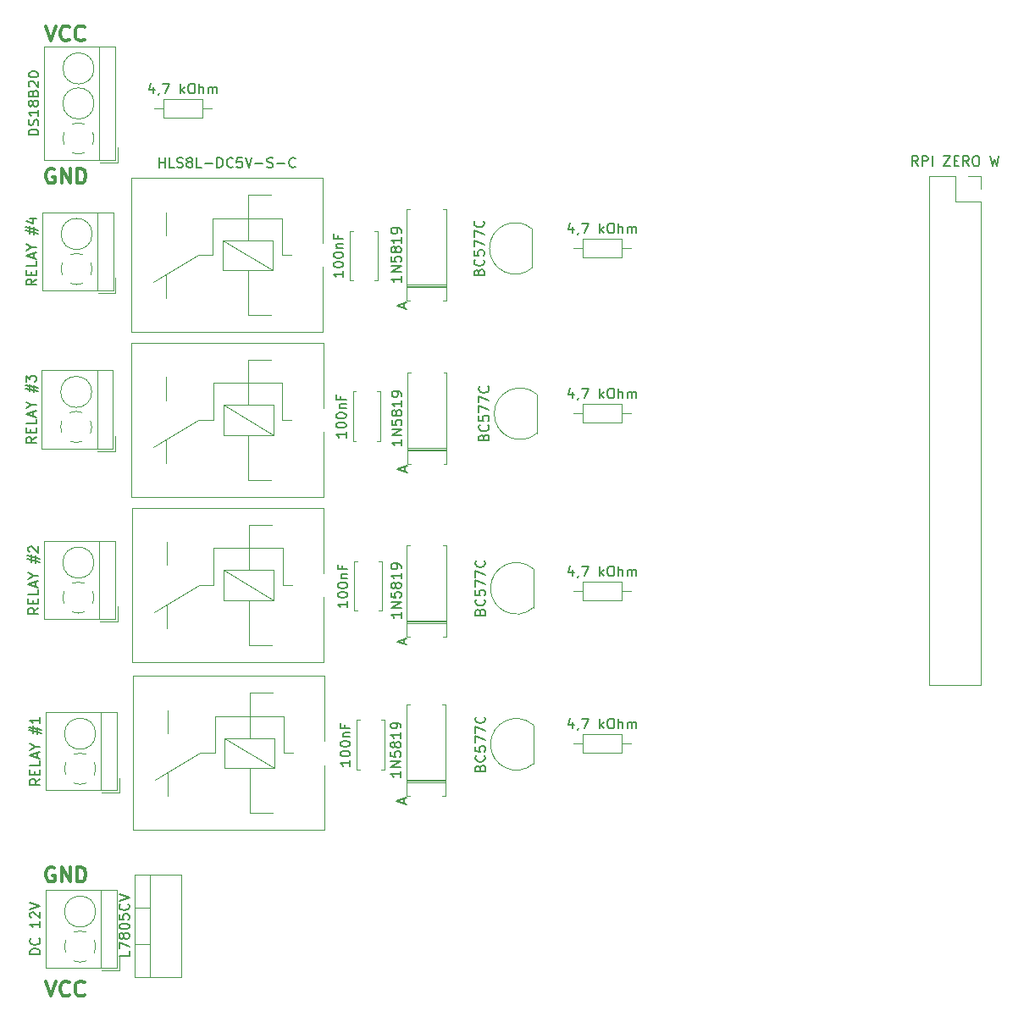
<source format=gbr>
G04 #@! TF.GenerationSoftware,KiCad,Pcbnew,(5.1.6)-1*
G04 #@! TF.CreationDate,2020-05-29T17:12:39+02:00*
G04 #@! TF.ProjectId,BOTLAND-1-INTELIGENTNY-DOM,424f544c-414e-4442-9d31-2d494e54454c,rev?*
G04 #@! TF.SameCoordinates,Original*
G04 #@! TF.FileFunction,Legend,Top*
G04 #@! TF.FilePolarity,Positive*
%FSLAX46Y46*%
G04 Gerber Fmt 4.6, Leading zero omitted, Abs format (unit mm)*
G04 Created by KiCad (PCBNEW (5.1.6)-1) date 2020-05-29 17:12:39*
%MOMM*%
%LPD*%
G01*
G04 APERTURE LIST*
%ADD10C,0.300000*%
%ADD11C,0.120000*%
%ADD12C,0.150000*%
G04 APERTURE END LIST*
D10*
X25527142Y-72910000D02*
X25384285Y-72838571D01*
X25170000Y-72838571D01*
X24955714Y-72910000D01*
X24812857Y-73052857D01*
X24741428Y-73195714D01*
X24670000Y-73481428D01*
X24670000Y-73695714D01*
X24741428Y-73981428D01*
X24812857Y-74124285D01*
X24955714Y-74267142D01*
X25170000Y-74338571D01*
X25312857Y-74338571D01*
X25527142Y-74267142D01*
X25598571Y-74195714D01*
X25598571Y-73695714D01*
X25312857Y-73695714D01*
X26241428Y-74338571D02*
X26241428Y-72838571D01*
X27098571Y-74338571D01*
X27098571Y-72838571D01*
X27812857Y-74338571D02*
X27812857Y-72838571D01*
X28170000Y-72838571D01*
X28384285Y-72910000D01*
X28527142Y-73052857D01*
X28598571Y-73195714D01*
X28670000Y-73481428D01*
X28670000Y-73695714D01*
X28598571Y-73981428D01*
X28527142Y-74124285D01*
X28384285Y-74267142D01*
X28170000Y-74338571D01*
X27812857Y-74338571D01*
X24670000Y-58598571D02*
X25170000Y-60098571D01*
X25670000Y-58598571D01*
X27027142Y-59955714D02*
X26955714Y-60027142D01*
X26741428Y-60098571D01*
X26598571Y-60098571D01*
X26384285Y-60027142D01*
X26241428Y-59884285D01*
X26170000Y-59741428D01*
X26098571Y-59455714D01*
X26098571Y-59241428D01*
X26170000Y-58955714D01*
X26241428Y-58812857D01*
X26384285Y-58670000D01*
X26598571Y-58598571D01*
X26741428Y-58598571D01*
X26955714Y-58670000D01*
X27027142Y-58741428D01*
X28527142Y-59955714D02*
X28455714Y-60027142D01*
X28241428Y-60098571D01*
X28098571Y-60098571D01*
X27884285Y-60027142D01*
X27741428Y-59884285D01*
X27670000Y-59741428D01*
X27598571Y-59455714D01*
X27598571Y-59241428D01*
X27670000Y-58955714D01*
X27741428Y-58812857D01*
X27884285Y-58670000D01*
X28098571Y-58598571D01*
X28241428Y-58598571D01*
X28455714Y-58670000D01*
X28527142Y-58741428D01*
X25527142Y-142760000D02*
X25384285Y-142688571D01*
X25170000Y-142688571D01*
X24955714Y-142760000D01*
X24812857Y-142902857D01*
X24741428Y-143045714D01*
X24670000Y-143331428D01*
X24670000Y-143545714D01*
X24741428Y-143831428D01*
X24812857Y-143974285D01*
X24955714Y-144117142D01*
X25170000Y-144188571D01*
X25312857Y-144188571D01*
X25527142Y-144117142D01*
X25598571Y-144045714D01*
X25598571Y-143545714D01*
X25312857Y-143545714D01*
X26241428Y-144188571D02*
X26241428Y-142688571D01*
X27098571Y-144188571D01*
X27098571Y-142688571D01*
X27812857Y-144188571D02*
X27812857Y-142688571D01*
X28170000Y-142688571D01*
X28384285Y-142760000D01*
X28527142Y-142902857D01*
X28598571Y-143045714D01*
X28670000Y-143331428D01*
X28670000Y-143545714D01*
X28598571Y-143831428D01*
X28527142Y-143974285D01*
X28384285Y-144117142D01*
X28170000Y-144188571D01*
X27812857Y-144188571D01*
X24670000Y-154118571D02*
X25170000Y-155618571D01*
X25670000Y-154118571D01*
X27027142Y-155475714D02*
X26955714Y-155547142D01*
X26741428Y-155618571D01*
X26598571Y-155618571D01*
X26384285Y-155547142D01*
X26241428Y-155404285D01*
X26170000Y-155261428D01*
X26098571Y-154975714D01*
X26098571Y-154761428D01*
X26170000Y-154475714D01*
X26241428Y-154332857D01*
X26384285Y-154190000D01*
X26598571Y-154118571D01*
X26741428Y-154118571D01*
X26955714Y-154190000D01*
X27027142Y-154261428D01*
X28527142Y-155475714D02*
X28455714Y-155547142D01*
X28241428Y-155618571D01*
X28098571Y-155618571D01*
X27884285Y-155547142D01*
X27741428Y-155404285D01*
X27670000Y-155261428D01*
X27598571Y-154975714D01*
X27598571Y-154761428D01*
X27670000Y-154475714D01*
X27741428Y-154332857D01*
X27884285Y-154190000D01*
X28098571Y-154118571D01*
X28241428Y-154118571D01*
X28455714Y-154190000D01*
X28527142Y-154261428D01*
D11*
X41264640Y-66822320D02*
X40314640Y-66822320D01*
X35524640Y-66822320D02*
X36474640Y-66822320D01*
X40314640Y-65902320D02*
X36474640Y-65902320D01*
X40314640Y-67742320D02*
X40314640Y-65902320D01*
X36474640Y-67742320D02*
X40314640Y-67742320D01*
X36474640Y-65902320D02*
X36474640Y-67742320D01*
X31840000Y-72250000D02*
X31840000Y-70750000D01*
X30100000Y-72250000D02*
X31840000Y-72250000D01*
X24480000Y-60690000D02*
X31600000Y-60690000D01*
X24480000Y-72010000D02*
X31600000Y-72010000D01*
X31600000Y-72010000D02*
X31600000Y-60690000D01*
X24480000Y-72010000D02*
X24480000Y-60690000D01*
X30040000Y-72010000D02*
X30040000Y-60690000D01*
X29495000Y-62850000D02*
G75*
G03*
X29495000Y-62850000I-1555000J0D01*
G01*
X29495000Y-66350000D02*
G75*
G03*
X29495000Y-66350000I-1555000J0D01*
G01*
X29495492Y-69822989D02*
G75*
G02*
X29372000Y-70458000I-1555492J-27011D01*
G01*
X28547742Y-71282109D02*
G75*
G02*
X27332000Y-71282000I-607742J1432109D01*
G01*
X26507891Y-70457742D02*
G75*
G02*
X26508000Y-69242000I1432109J607742D01*
G01*
X27332258Y-68417891D02*
G75*
G02*
X28548000Y-68418000I607742J-1432109D01*
G01*
X29371385Y-69242413D02*
G75*
G02*
X29495000Y-69850000I-1431385J-607587D01*
G01*
X29657560Y-147157560D02*
G75*
G03*
X29657560Y-147157560I-1555000J0D01*
G01*
X30202560Y-152817560D02*
X30202560Y-144997560D01*
X24642560Y-152817560D02*
X24642560Y-144997560D01*
X31762560Y-152817560D02*
X31762560Y-144997560D01*
X24642560Y-152817560D02*
X31762560Y-152817560D01*
X24642560Y-144997560D02*
X31762560Y-144997560D01*
X30262560Y-153057560D02*
X32002560Y-153057560D01*
X32002560Y-153057560D02*
X32002560Y-151557560D01*
X29658052Y-150630549D02*
G75*
G02*
X29534560Y-151265560I-1555492J-27011D01*
G01*
X28710302Y-152089669D02*
G75*
G02*
X27494560Y-152089560I-607742J1432109D01*
G01*
X26670451Y-151265302D02*
G75*
G02*
X26670560Y-150049560I1432109J607742D01*
G01*
X27494818Y-149225451D02*
G75*
G02*
X28710560Y-149225560I607742J-1432109D01*
G01*
X29533945Y-150049973D02*
G75*
G02*
X29657560Y-150657560I-1431385J-607587D01*
G01*
X33560000Y-146739000D02*
X35070000Y-146739000D01*
X33560000Y-150440000D02*
X35070000Y-150440000D01*
X35070000Y-153710000D02*
X35070000Y-143470000D01*
X33560000Y-143470000D02*
X38201000Y-143470000D01*
X33560000Y-153710000D02*
X38201000Y-153710000D01*
X38201000Y-153710000D02*
X38201000Y-143470000D01*
X33560000Y-153710000D02*
X33560000Y-143470000D01*
X116840000Y-73600000D02*
X118170000Y-73600000D01*
X118170000Y-73600000D02*
X118170000Y-74930000D01*
X115570000Y-73600000D02*
X115570000Y-76200000D01*
X115570000Y-76200000D02*
X118170000Y-76200000D01*
X118170000Y-76200000D02*
X118170000Y-124520000D01*
X112970000Y-124520000D02*
X118170000Y-124520000D01*
X112970000Y-73600000D02*
X112970000Y-124520000D01*
X112970000Y-73600000D02*
X115570000Y-73600000D01*
X83174640Y-130322320D02*
X82224640Y-130322320D01*
X77434640Y-130322320D02*
X78384640Y-130322320D01*
X82224640Y-129402320D02*
X78384640Y-129402320D01*
X82224640Y-131242320D02*
X82224640Y-129402320D01*
X78384640Y-131242320D02*
X82224640Y-131242320D01*
X78384640Y-129402320D02*
X78384640Y-131242320D01*
X83174640Y-115082320D02*
X82224640Y-115082320D01*
X77434640Y-115082320D02*
X78384640Y-115082320D01*
X82224640Y-114162320D02*
X78384640Y-114162320D01*
X82224640Y-116002320D02*
X82224640Y-114162320D01*
X78384640Y-116002320D02*
X82224640Y-116002320D01*
X78384640Y-114162320D02*
X78384640Y-116002320D01*
X83174640Y-97302320D02*
X82224640Y-97302320D01*
X77434640Y-97302320D02*
X78384640Y-97302320D01*
X82224640Y-96382320D02*
X78384640Y-96382320D01*
X82224640Y-98222320D02*
X82224640Y-96382320D01*
X78384640Y-98222320D02*
X82224640Y-98222320D01*
X78384640Y-96382320D02*
X78384640Y-98222320D01*
X83174640Y-80792320D02*
X82224640Y-80792320D01*
X77434640Y-80792320D02*
X78384640Y-80792320D01*
X82224640Y-79872320D02*
X78384640Y-79872320D01*
X82224640Y-81712320D02*
X82224640Y-79872320D01*
X78384640Y-81712320D02*
X82224640Y-81712320D01*
X78384640Y-79872320D02*
X78384640Y-81712320D01*
X73409280Y-132377880D02*
X73409280Y-128527880D01*
X73399402Y-128489269D02*
G75*
G03*
X73409280Y-132377880I-1690122J-1948611D01*
G01*
X73409280Y-116772120D02*
X73409280Y-112922120D01*
X73399402Y-112883509D02*
G75*
G03*
X73409280Y-116772120I-1690122J-1948611D01*
G01*
X73775040Y-99322320D02*
X73775040Y-95472320D01*
X73765162Y-95433709D02*
G75*
G03*
X73775040Y-99322320I-1690122J-1948611D01*
G01*
X73302600Y-82786920D02*
X73302600Y-78936920D01*
X73292722Y-78898309D02*
G75*
G03*
X73302600Y-82786920I-1690122J-1948611D01*
G01*
X29657560Y-129377560D02*
G75*
G03*
X29657560Y-129377560I-1555000J0D01*
G01*
X30202560Y-135037560D02*
X30202560Y-127217560D01*
X24642560Y-135037560D02*
X24642560Y-127217560D01*
X31762560Y-135037560D02*
X31762560Y-127217560D01*
X24642560Y-135037560D02*
X31762560Y-135037560D01*
X24642560Y-127217560D02*
X31762560Y-127217560D01*
X30262560Y-135277560D02*
X32002560Y-135277560D01*
X32002560Y-135277560D02*
X32002560Y-133777560D01*
X29533945Y-132269973D02*
G75*
G02*
X29657560Y-132877560I-1431385J-607587D01*
G01*
X27494818Y-131445451D02*
G75*
G02*
X28710560Y-131445560I607742J-1432109D01*
G01*
X26670451Y-133485302D02*
G75*
G02*
X26670560Y-132269560I1432109J607742D01*
G01*
X28710302Y-134309669D02*
G75*
G02*
X27494560Y-134309560I-607742J1432109D01*
G01*
X29658052Y-132850549D02*
G75*
G02*
X29534560Y-133485560I-1555492J-27011D01*
G01*
X29484840Y-112268120D02*
G75*
G03*
X29484840Y-112268120I-1555000J0D01*
G01*
X30029840Y-117928120D02*
X30029840Y-110108120D01*
X24469840Y-117928120D02*
X24469840Y-110108120D01*
X31589840Y-117928120D02*
X31589840Y-110108120D01*
X24469840Y-117928120D02*
X31589840Y-117928120D01*
X24469840Y-110108120D02*
X31589840Y-110108120D01*
X30089840Y-118168120D02*
X31829840Y-118168120D01*
X31829840Y-118168120D02*
X31829840Y-116668120D01*
X29361225Y-115160533D02*
G75*
G02*
X29484840Y-115768120I-1431385J-607587D01*
G01*
X27322098Y-114336011D02*
G75*
G02*
X28537840Y-114336120I607742J-1432109D01*
G01*
X26497731Y-116375862D02*
G75*
G02*
X26497840Y-115160120I1432109J607742D01*
G01*
X28537582Y-117200229D02*
G75*
G02*
X27321840Y-117200120I-607742J1432109D01*
G01*
X29485332Y-115741109D02*
G75*
G02*
X29361840Y-116376120I-1555492J-27011D01*
G01*
X29266400Y-95199320D02*
G75*
G03*
X29266400Y-95199320I-1555000J0D01*
G01*
X29811400Y-100859320D02*
X29811400Y-93039320D01*
X24251400Y-100859320D02*
X24251400Y-93039320D01*
X31371400Y-100859320D02*
X31371400Y-93039320D01*
X24251400Y-100859320D02*
X31371400Y-100859320D01*
X24251400Y-93039320D02*
X31371400Y-93039320D01*
X29871400Y-101099320D02*
X31611400Y-101099320D01*
X31611400Y-101099320D02*
X31611400Y-99599320D01*
X29142785Y-98091733D02*
G75*
G02*
X29266400Y-98699320I-1431385J-607587D01*
G01*
X27103658Y-97267211D02*
G75*
G02*
X28319400Y-97267320I607742J-1432109D01*
G01*
X26279291Y-99307062D02*
G75*
G02*
X26279400Y-98091320I1432109J607742D01*
G01*
X28319142Y-100131429D02*
G75*
G02*
X27103400Y-100131320I-607742J1432109D01*
G01*
X29266892Y-98672309D02*
G75*
G02*
X29143400Y-99307320I-1555492J-27011D01*
G01*
X31652040Y-85305600D02*
X31652040Y-83805600D01*
X29912040Y-85305600D02*
X31652040Y-85305600D01*
X24292040Y-77245600D02*
X31412040Y-77245600D01*
X24292040Y-85065600D02*
X31412040Y-85065600D01*
X31412040Y-85065600D02*
X31412040Y-77245600D01*
X24292040Y-85065600D02*
X24292040Y-77245600D01*
X29852040Y-85065600D02*
X29852040Y-77245600D01*
X29307040Y-79405600D02*
G75*
G03*
X29307040Y-79405600I-1555000J0D01*
G01*
X29307532Y-82878589D02*
G75*
G02*
X29184040Y-83513600I-1555492J-27011D01*
G01*
X28359782Y-84337709D02*
G75*
G02*
X27144040Y-84337600I-607742J1432109D01*
G01*
X26319931Y-83513342D02*
G75*
G02*
X26320040Y-82297600I1432109J607742D01*
G01*
X27144298Y-81473491D02*
G75*
G02*
X28360040Y-81473600I607742J-1432109D01*
G01*
X29183425Y-82298013D02*
G75*
G02*
X29307040Y-82905600I-1431385J-607587D01*
G01*
X61037040Y-135557800D02*
X60707040Y-135557800D01*
X60707040Y-135557800D02*
X60707040Y-126417800D01*
X60707040Y-126417800D02*
X61037040Y-126417800D01*
X64317040Y-135557800D02*
X64647040Y-135557800D01*
X64647040Y-135557800D02*
X64647040Y-126417800D01*
X64647040Y-126417800D02*
X64317040Y-126417800D01*
X60707040Y-134102800D02*
X64647040Y-134102800D01*
X60707040Y-133982800D02*
X64647040Y-133982800D01*
X60707040Y-134222800D02*
X64647040Y-134222800D01*
X61072600Y-119637080D02*
X60742600Y-119637080D01*
X60742600Y-119637080D02*
X60742600Y-110497080D01*
X60742600Y-110497080D02*
X61072600Y-110497080D01*
X64352600Y-119637080D02*
X64682600Y-119637080D01*
X64682600Y-119637080D02*
X64682600Y-110497080D01*
X64682600Y-110497080D02*
X64352600Y-110497080D01*
X60742600Y-118182080D02*
X64682600Y-118182080D01*
X60742600Y-118062080D02*
X64682600Y-118062080D01*
X60742600Y-118302080D02*
X64682600Y-118302080D01*
X61143720Y-102400640D02*
X60813720Y-102400640D01*
X60813720Y-102400640D02*
X60813720Y-93260640D01*
X60813720Y-93260640D02*
X61143720Y-93260640D01*
X64423720Y-102400640D02*
X64753720Y-102400640D01*
X64753720Y-102400640D02*
X64753720Y-93260640D01*
X64753720Y-93260640D02*
X64423720Y-93260640D01*
X60813720Y-100945640D02*
X64753720Y-100945640D01*
X60813720Y-100825640D02*
X64753720Y-100825640D01*
X60813720Y-101065640D02*
X64753720Y-101065640D01*
X60752760Y-84728360D02*
X64692760Y-84728360D01*
X60752760Y-84488360D02*
X64692760Y-84488360D01*
X60752760Y-84608360D02*
X64692760Y-84608360D01*
X64692760Y-76923360D02*
X64362760Y-76923360D01*
X64692760Y-86063360D02*
X64692760Y-76923360D01*
X64362760Y-86063360D02*
X64692760Y-86063360D01*
X60752760Y-76923360D02*
X61082760Y-76923360D01*
X60752760Y-86063360D02*
X60752760Y-76923360D01*
X61082760Y-86063360D02*
X60752760Y-86063360D01*
X55769840Y-132944080D02*
X55769840Y-128004080D01*
X58509840Y-132944080D02*
X58509840Y-128004080D01*
X55769840Y-132944080D02*
X56084840Y-132944080D01*
X58194840Y-132944080D02*
X58509840Y-132944080D01*
X55769840Y-128004080D02*
X56084840Y-128004080D01*
X58194840Y-128004080D02*
X58509840Y-128004080D01*
X55520920Y-117079240D02*
X55520920Y-112139240D01*
X58260920Y-117079240D02*
X58260920Y-112139240D01*
X55520920Y-117079240D02*
X55835920Y-117079240D01*
X57945920Y-117079240D02*
X58260920Y-117079240D01*
X55520920Y-112139240D02*
X55835920Y-112139240D01*
X57945920Y-112139240D02*
X58260920Y-112139240D01*
X55363440Y-100106960D02*
X55363440Y-95166960D01*
X58103440Y-100106960D02*
X58103440Y-95166960D01*
X55363440Y-100106960D02*
X55678440Y-100106960D01*
X57788440Y-100106960D02*
X58103440Y-100106960D01*
X55363440Y-95166960D02*
X55678440Y-95166960D01*
X57788440Y-95166960D02*
X58103440Y-95166960D01*
X57519200Y-79109080D02*
X57834200Y-79109080D01*
X55094200Y-79109080D02*
X55409200Y-79109080D01*
X57519200Y-84049080D02*
X57834200Y-84049080D01*
X55094200Y-84049080D02*
X55409200Y-84049080D01*
X57834200Y-84049080D02*
X57834200Y-79109080D01*
X55094200Y-84049080D02*
X55094200Y-79109080D01*
X52559080Y-130107840D02*
X52559080Y-123607840D01*
X52559080Y-139007840D02*
X52559080Y-132507840D01*
X52559080Y-139007840D02*
X33359080Y-139007840D01*
X33359080Y-139007840D02*
X33359080Y-123607840D01*
X33359080Y-123607840D02*
X52559080Y-123607840D01*
X36859080Y-127007840D02*
X36859080Y-129307840D01*
X36859080Y-135607840D02*
X36859080Y-133307840D01*
X47359080Y-125307840D02*
X45059080Y-125307840D01*
X48459080Y-131307840D02*
X49359080Y-131307840D01*
X45059080Y-137307840D02*
X47359080Y-137307840D01*
X41559080Y-131307840D02*
X40059080Y-131307840D01*
X40059080Y-131307840D02*
X35559080Y-134007840D01*
X41559080Y-127607840D02*
X48459080Y-127607840D01*
X41559080Y-131307840D02*
X41559080Y-127607840D01*
X48459080Y-131307840D02*
X48459080Y-127607840D01*
X45059080Y-137307840D02*
X45059080Y-132807840D01*
X45059080Y-129807840D02*
X45059080Y-125307840D01*
X42559080Y-129807840D02*
X47559080Y-132807840D01*
X47559080Y-129807840D02*
X47559080Y-132807840D01*
X47559080Y-132807840D02*
X42559080Y-132807840D01*
X42559080Y-132807840D02*
X42559080Y-129807840D01*
X42559080Y-129807840D02*
X47559080Y-129807840D01*
X52472720Y-113318440D02*
X52472720Y-106818440D01*
X52472720Y-122218440D02*
X52472720Y-115718440D01*
X52472720Y-122218440D02*
X33272720Y-122218440D01*
X33272720Y-122218440D02*
X33272720Y-106818440D01*
X33272720Y-106818440D02*
X52472720Y-106818440D01*
X36772720Y-110218440D02*
X36772720Y-112518440D01*
X36772720Y-118818440D02*
X36772720Y-116518440D01*
X47272720Y-108518440D02*
X44972720Y-108518440D01*
X48372720Y-114518440D02*
X49272720Y-114518440D01*
X44972720Y-120518440D02*
X47272720Y-120518440D01*
X41472720Y-114518440D02*
X39972720Y-114518440D01*
X39972720Y-114518440D02*
X35472720Y-117218440D01*
X41472720Y-110818440D02*
X48372720Y-110818440D01*
X41472720Y-114518440D02*
X41472720Y-110818440D01*
X48372720Y-114518440D02*
X48372720Y-110818440D01*
X44972720Y-120518440D02*
X44972720Y-116018440D01*
X44972720Y-113018440D02*
X44972720Y-108518440D01*
X42472720Y-113018440D02*
X47472720Y-116018440D01*
X47472720Y-113018440D02*
X47472720Y-116018440D01*
X47472720Y-116018440D02*
X42472720Y-116018440D01*
X42472720Y-116018440D02*
X42472720Y-113018440D01*
X42472720Y-113018440D02*
X47472720Y-113018440D01*
X52427000Y-96818600D02*
X52427000Y-90318600D01*
X52427000Y-105718600D02*
X52427000Y-99218600D01*
X52427000Y-105718600D02*
X33227000Y-105718600D01*
X33227000Y-105718600D02*
X33227000Y-90318600D01*
X33227000Y-90318600D02*
X52427000Y-90318600D01*
X36727000Y-93718600D02*
X36727000Y-96018600D01*
X36727000Y-102318600D02*
X36727000Y-100018600D01*
X47227000Y-92018600D02*
X44927000Y-92018600D01*
X48327000Y-98018600D02*
X49227000Y-98018600D01*
X44927000Y-104018600D02*
X47227000Y-104018600D01*
X41427000Y-98018600D02*
X39927000Y-98018600D01*
X39927000Y-98018600D02*
X35427000Y-100718600D01*
X41427000Y-94318600D02*
X48327000Y-94318600D01*
X41427000Y-98018600D02*
X41427000Y-94318600D01*
X48327000Y-98018600D02*
X48327000Y-94318600D01*
X44927000Y-104018600D02*
X44927000Y-99518600D01*
X44927000Y-96518600D02*
X44927000Y-92018600D01*
X42427000Y-96518600D02*
X47427000Y-99518600D01*
X47427000Y-96518600D02*
X47427000Y-99518600D01*
X47427000Y-99518600D02*
X42427000Y-99518600D01*
X42427000Y-99518600D02*
X42427000Y-96518600D01*
X42427000Y-96518600D02*
X47427000Y-96518600D01*
X42381280Y-80018760D02*
X47381280Y-80018760D01*
X42381280Y-83018760D02*
X42381280Y-80018760D01*
X47381280Y-83018760D02*
X42381280Y-83018760D01*
X47381280Y-80018760D02*
X47381280Y-83018760D01*
X42381280Y-80018760D02*
X47381280Y-83018760D01*
X44881280Y-80018760D02*
X44881280Y-75518760D01*
X44881280Y-87518760D02*
X44881280Y-83018760D01*
X48281280Y-81518760D02*
X48281280Y-77818760D01*
X41381280Y-81518760D02*
X41381280Y-77818760D01*
X41381280Y-77818760D02*
X48281280Y-77818760D01*
X39881280Y-81518760D02*
X35381280Y-84218760D01*
X41381280Y-81518760D02*
X39881280Y-81518760D01*
X44881280Y-87518760D02*
X47181280Y-87518760D01*
X48281280Y-81518760D02*
X49181280Y-81518760D01*
X47181280Y-75518760D02*
X44881280Y-75518760D01*
X36681280Y-85818760D02*
X36681280Y-83518760D01*
X36681280Y-77218760D02*
X36681280Y-79518760D01*
X33181280Y-73818760D02*
X52381280Y-73818760D01*
X33181280Y-89218760D02*
X33181280Y-73818760D01*
X52381280Y-89218760D02*
X33181280Y-89218760D01*
X52381280Y-89218760D02*
X52381280Y-82718760D01*
X52381280Y-80318760D02*
X52381280Y-73818760D01*
D12*
X35442259Y-64688034D02*
X35442259Y-65354700D01*
X35204163Y-64307081D02*
X34966068Y-65021367D01*
X35585116Y-65021367D01*
X36013687Y-65307081D02*
X36013687Y-65354700D01*
X35966068Y-65449939D01*
X35918449Y-65497558D01*
X36347020Y-64354700D02*
X37013687Y-64354700D01*
X36585116Y-65354700D01*
X38156544Y-65354700D02*
X38156544Y-64354700D01*
X38251782Y-64973748D02*
X38537497Y-65354700D01*
X38537497Y-64688034D02*
X38156544Y-65068986D01*
X39156544Y-64354700D02*
X39347020Y-64354700D01*
X39442259Y-64402320D01*
X39537497Y-64497558D01*
X39585116Y-64688034D01*
X39585116Y-65021367D01*
X39537497Y-65211843D01*
X39442259Y-65307081D01*
X39347020Y-65354700D01*
X39156544Y-65354700D01*
X39061306Y-65307081D01*
X38966068Y-65211843D01*
X38918449Y-65021367D01*
X38918449Y-64688034D01*
X38966068Y-64497558D01*
X39061306Y-64402320D01*
X39156544Y-64354700D01*
X40013687Y-65354700D02*
X40013687Y-64354700D01*
X40442259Y-65354700D02*
X40442259Y-64830891D01*
X40394640Y-64735653D01*
X40299401Y-64688034D01*
X40156544Y-64688034D01*
X40061306Y-64735653D01*
X40013687Y-64783272D01*
X40918449Y-65354700D02*
X40918449Y-64688034D01*
X40918449Y-64783272D02*
X40966068Y-64735653D01*
X41061306Y-64688034D01*
X41204163Y-64688034D01*
X41299401Y-64735653D01*
X41347020Y-64830891D01*
X41347020Y-65354700D01*
X41347020Y-64830891D02*
X41394640Y-64735653D01*
X41489878Y-64688034D01*
X41632735Y-64688034D01*
X41727973Y-64735653D01*
X41775592Y-64830891D01*
X41775592Y-65354700D01*
X23932380Y-69492857D02*
X22932380Y-69492857D01*
X22932380Y-69254761D01*
X22980000Y-69111904D01*
X23075238Y-69016666D01*
X23170476Y-68969047D01*
X23360952Y-68921428D01*
X23503809Y-68921428D01*
X23694285Y-68969047D01*
X23789523Y-69016666D01*
X23884761Y-69111904D01*
X23932380Y-69254761D01*
X23932380Y-69492857D01*
X23884761Y-68540476D02*
X23932380Y-68397619D01*
X23932380Y-68159523D01*
X23884761Y-68064285D01*
X23837142Y-68016666D01*
X23741904Y-67969047D01*
X23646666Y-67969047D01*
X23551428Y-68016666D01*
X23503809Y-68064285D01*
X23456190Y-68159523D01*
X23408571Y-68350000D01*
X23360952Y-68445238D01*
X23313333Y-68492857D01*
X23218095Y-68540476D01*
X23122857Y-68540476D01*
X23027619Y-68492857D01*
X22980000Y-68445238D01*
X22932380Y-68350000D01*
X22932380Y-68111904D01*
X22980000Y-67969047D01*
X23932380Y-67016666D02*
X23932380Y-67588095D01*
X23932380Y-67302380D02*
X22932380Y-67302380D01*
X23075238Y-67397619D01*
X23170476Y-67492857D01*
X23218095Y-67588095D01*
X23360952Y-66445238D02*
X23313333Y-66540476D01*
X23265714Y-66588095D01*
X23170476Y-66635714D01*
X23122857Y-66635714D01*
X23027619Y-66588095D01*
X22980000Y-66540476D01*
X22932380Y-66445238D01*
X22932380Y-66254761D01*
X22980000Y-66159523D01*
X23027619Y-66111904D01*
X23122857Y-66064285D01*
X23170476Y-66064285D01*
X23265714Y-66111904D01*
X23313333Y-66159523D01*
X23360952Y-66254761D01*
X23360952Y-66445238D01*
X23408571Y-66540476D01*
X23456190Y-66588095D01*
X23551428Y-66635714D01*
X23741904Y-66635714D01*
X23837142Y-66588095D01*
X23884761Y-66540476D01*
X23932380Y-66445238D01*
X23932380Y-66254761D01*
X23884761Y-66159523D01*
X23837142Y-66111904D01*
X23741904Y-66064285D01*
X23551428Y-66064285D01*
X23456190Y-66111904D01*
X23408571Y-66159523D01*
X23360952Y-66254761D01*
X23408571Y-65302380D02*
X23456190Y-65159523D01*
X23503809Y-65111904D01*
X23599047Y-65064285D01*
X23741904Y-65064285D01*
X23837142Y-65111904D01*
X23884761Y-65159523D01*
X23932380Y-65254761D01*
X23932380Y-65635714D01*
X22932380Y-65635714D01*
X22932380Y-65302380D01*
X22980000Y-65207142D01*
X23027619Y-65159523D01*
X23122857Y-65111904D01*
X23218095Y-65111904D01*
X23313333Y-65159523D01*
X23360952Y-65207142D01*
X23408571Y-65302380D01*
X23408571Y-65635714D01*
X23027619Y-64683333D02*
X22980000Y-64635714D01*
X22932380Y-64540476D01*
X22932380Y-64302380D01*
X22980000Y-64207142D01*
X23027619Y-64159523D01*
X23122857Y-64111904D01*
X23218095Y-64111904D01*
X23360952Y-64159523D01*
X23932380Y-64730952D01*
X23932380Y-64111904D01*
X22932380Y-63492857D02*
X22932380Y-63397619D01*
X22980000Y-63302380D01*
X23027619Y-63254761D01*
X23122857Y-63207142D01*
X23313333Y-63159523D01*
X23551428Y-63159523D01*
X23741904Y-63207142D01*
X23837142Y-63254761D01*
X23884761Y-63302380D01*
X23932380Y-63397619D01*
X23932380Y-63492857D01*
X23884761Y-63588095D01*
X23837142Y-63635714D01*
X23741904Y-63683333D01*
X23551428Y-63730952D01*
X23313333Y-63730952D01*
X23122857Y-63683333D01*
X23027619Y-63635714D01*
X22980000Y-63588095D01*
X22932380Y-63492857D01*
X24094940Y-151431369D02*
X23094940Y-151431369D01*
X23094940Y-151193274D01*
X23142560Y-151050417D01*
X23237798Y-150955179D01*
X23333036Y-150907560D01*
X23523512Y-150859940D01*
X23666369Y-150859940D01*
X23856845Y-150907560D01*
X23952083Y-150955179D01*
X24047321Y-151050417D01*
X24094940Y-151193274D01*
X24094940Y-151431369D01*
X23999702Y-149859940D02*
X24047321Y-149907560D01*
X24094940Y-150050417D01*
X24094940Y-150145655D01*
X24047321Y-150288512D01*
X23952083Y-150383750D01*
X23856845Y-150431369D01*
X23666369Y-150478988D01*
X23523512Y-150478988D01*
X23333036Y-150431369D01*
X23237798Y-150383750D01*
X23142560Y-150288512D01*
X23094940Y-150145655D01*
X23094940Y-150050417D01*
X23142560Y-149907560D01*
X23190179Y-149859940D01*
X24094940Y-148145655D02*
X24094940Y-148717083D01*
X24094940Y-148431369D02*
X23094940Y-148431369D01*
X23237798Y-148526607D01*
X23333036Y-148621845D01*
X23380655Y-148717083D01*
X23190179Y-147764702D02*
X23142560Y-147717083D01*
X23094940Y-147621845D01*
X23094940Y-147383750D01*
X23142560Y-147288512D01*
X23190179Y-147240893D01*
X23285417Y-147193274D01*
X23380655Y-147193274D01*
X23523512Y-147240893D01*
X24094940Y-147812321D01*
X24094940Y-147193274D01*
X23094940Y-146907560D02*
X24094940Y-146574226D01*
X23094940Y-146240893D01*
X33012380Y-151113809D02*
X33012380Y-151590000D01*
X32012380Y-151590000D01*
X32012380Y-150875714D02*
X32012380Y-150209047D01*
X33012380Y-150637619D01*
X32440952Y-149685238D02*
X32393333Y-149780476D01*
X32345714Y-149828095D01*
X32250476Y-149875714D01*
X32202857Y-149875714D01*
X32107619Y-149828095D01*
X32060000Y-149780476D01*
X32012380Y-149685238D01*
X32012380Y-149494761D01*
X32060000Y-149399523D01*
X32107619Y-149351904D01*
X32202857Y-149304285D01*
X32250476Y-149304285D01*
X32345714Y-149351904D01*
X32393333Y-149399523D01*
X32440952Y-149494761D01*
X32440952Y-149685238D01*
X32488571Y-149780476D01*
X32536190Y-149828095D01*
X32631428Y-149875714D01*
X32821904Y-149875714D01*
X32917142Y-149828095D01*
X32964761Y-149780476D01*
X33012380Y-149685238D01*
X33012380Y-149494761D01*
X32964761Y-149399523D01*
X32917142Y-149351904D01*
X32821904Y-149304285D01*
X32631428Y-149304285D01*
X32536190Y-149351904D01*
X32488571Y-149399523D01*
X32440952Y-149494761D01*
X32012380Y-148685238D02*
X32012380Y-148590000D01*
X32060000Y-148494761D01*
X32107619Y-148447142D01*
X32202857Y-148399523D01*
X32393333Y-148351904D01*
X32631428Y-148351904D01*
X32821904Y-148399523D01*
X32917142Y-148447142D01*
X32964761Y-148494761D01*
X33012380Y-148590000D01*
X33012380Y-148685238D01*
X32964761Y-148780476D01*
X32917142Y-148828095D01*
X32821904Y-148875714D01*
X32631428Y-148923333D01*
X32393333Y-148923333D01*
X32202857Y-148875714D01*
X32107619Y-148828095D01*
X32060000Y-148780476D01*
X32012380Y-148685238D01*
X32012380Y-147447142D02*
X32012380Y-147923333D01*
X32488571Y-147970952D01*
X32440952Y-147923333D01*
X32393333Y-147828095D01*
X32393333Y-147590000D01*
X32440952Y-147494761D01*
X32488571Y-147447142D01*
X32583809Y-147399523D01*
X32821904Y-147399523D01*
X32917142Y-147447142D01*
X32964761Y-147494761D01*
X33012380Y-147590000D01*
X33012380Y-147828095D01*
X32964761Y-147923333D01*
X32917142Y-147970952D01*
X32917142Y-146399523D02*
X32964761Y-146447142D01*
X33012380Y-146590000D01*
X33012380Y-146685238D01*
X32964761Y-146828095D01*
X32869523Y-146923333D01*
X32774285Y-146970952D01*
X32583809Y-147018571D01*
X32440952Y-147018571D01*
X32250476Y-146970952D01*
X32155238Y-146923333D01*
X32060000Y-146828095D01*
X32012380Y-146685238D01*
X32012380Y-146590000D01*
X32060000Y-146447142D01*
X32107619Y-146399523D01*
X32012380Y-146113809D02*
X33012380Y-145780476D01*
X32012380Y-145447142D01*
X111855714Y-72612380D02*
X111522380Y-72136190D01*
X111284285Y-72612380D02*
X111284285Y-71612380D01*
X111665238Y-71612380D01*
X111760476Y-71660000D01*
X111808095Y-71707619D01*
X111855714Y-71802857D01*
X111855714Y-71945714D01*
X111808095Y-72040952D01*
X111760476Y-72088571D01*
X111665238Y-72136190D01*
X111284285Y-72136190D01*
X112284285Y-72612380D02*
X112284285Y-71612380D01*
X112665238Y-71612380D01*
X112760476Y-71660000D01*
X112808095Y-71707619D01*
X112855714Y-71802857D01*
X112855714Y-71945714D01*
X112808095Y-72040952D01*
X112760476Y-72088571D01*
X112665238Y-72136190D01*
X112284285Y-72136190D01*
X113284285Y-72612380D02*
X113284285Y-71612380D01*
X114427142Y-71612380D02*
X115093809Y-71612380D01*
X114427142Y-72612380D01*
X115093809Y-72612380D01*
X115474761Y-72088571D02*
X115808095Y-72088571D01*
X115950952Y-72612380D02*
X115474761Y-72612380D01*
X115474761Y-71612380D01*
X115950952Y-71612380D01*
X116950952Y-72612380D02*
X116617619Y-72136190D01*
X116379523Y-72612380D02*
X116379523Y-71612380D01*
X116760476Y-71612380D01*
X116855714Y-71660000D01*
X116903333Y-71707619D01*
X116950952Y-71802857D01*
X116950952Y-71945714D01*
X116903333Y-72040952D01*
X116855714Y-72088571D01*
X116760476Y-72136190D01*
X116379523Y-72136190D01*
X117570000Y-71612380D02*
X117760476Y-71612380D01*
X117855714Y-71660000D01*
X117950952Y-71755238D01*
X117998571Y-71945714D01*
X117998571Y-72279047D01*
X117950952Y-72469523D01*
X117855714Y-72564761D01*
X117760476Y-72612380D01*
X117570000Y-72612380D01*
X117474761Y-72564761D01*
X117379523Y-72469523D01*
X117331904Y-72279047D01*
X117331904Y-71945714D01*
X117379523Y-71755238D01*
X117474761Y-71660000D01*
X117570000Y-71612380D01*
X119093809Y-71612380D02*
X119331904Y-72612380D01*
X119522380Y-71898095D01*
X119712857Y-72612380D01*
X119950952Y-71612380D01*
X77352259Y-128188034D02*
X77352259Y-128854700D01*
X77114163Y-127807081D02*
X76876068Y-128521367D01*
X77495116Y-128521367D01*
X77923687Y-128807081D02*
X77923687Y-128854700D01*
X77876068Y-128949939D01*
X77828449Y-128997558D01*
X78257020Y-127854700D02*
X78923687Y-127854700D01*
X78495116Y-128854700D01*
X80066544Y-128854700D02*
X80066544Y-127854700D01*
X80161782Y-128473748D02*
X80447497Y-128854700D01*
X80447497Y-128188034D02*
X80066544Y-128568986D01*
X81066544Y-127854700D02*
X81257020Y-127854700D01*
X81352259Y-127902320D01*
X81447497Y-127997558D01*
X81495116Y-128188034D01*
X81495116Y-128521367D01*
X81447497Y-128711843D01*
X81352259Y-128807081D01*
X81257020Y-128854700D01*
X81066544Y-128854700D01*
X80971306Y-128807081D01*
X80876068Y-128711843D01*
X80828449Y-128521367D01*
X80828449Y-128188034D01*
X80876068Y-127997558D01*
X80971306Y-127902320D01*
X81066544Y-127854700D01*
X81923687Y-128854700D02*
X81923687Y-127854700D01*
X82352259Y-128854700D02*
X82352259Y-128330891D01*
X82304640Y-128235653D01*
X82209401Y-128188034D01*
X82066544Y-128188034D01*
X81971306Y-128235653D01*
X81923687Y-128283272D01*
X82828449Y-128854700D02*
X82828449Y-128188034D01*
X82828449Y-128283272D02*
X82876068Y-128235653D01*
X82971306Y-128188034D01*
X83114163Y-128188034D01*
X83209401Y-128235653D01*
X83257020Y-128330891D01*
X83257020Y-128854700D01*
X83257020Y-128330891D02*
X83304640Y-128235653D01*
X83399878Y-128188034D01*
X83542735Y-128188034D01*
X83637973Y-128235653D01*
X83685592Y-128330891D01*
X83685592Y-128854700D01*
X77352259Y-112948034D02*
X77352259Y-113614700D01*
X77114163Y-112567081D02*
X76876068Y-113281367D01*
X77495116Y-113281367D01*
X77923687Y-113567081D02*
X77923687Y-113614700D01*
X77876068Y-113709939D01*
X77828449Y-113757558D01*
X78257020Y-112614700D02*
X78923687Y-112614700D01*
X78495116Y-113614700D01*
X80066544Y-113614700D02*
X80066544Y-112614700D01*
X80161782Y-113233748D02*
X80447497Y-113614700D01*
X80447497Y-112948034D02*
X80066544Y-113328986D01*
X81066544Y-112614700D02*
X81257020Y-112614700D01*
X81352259Y-112662320D01*
X81447497Y-112757558D01*
X81495116Y-112948034D01*
X81495116Y-113281367D01*
X81447497Y-113471843D01*
X81352259Y-113567081D01*
X81257020Y-113614700D01*
X81066544Y-113614700D01*
X80971306Y-113567081D01*
X80876068Y-113471843D01*
X80828449Y-113281367D01*
X80828449Y-112948034D01*
X80876068Y-112757558D01*
X80971306Y-112662320D01*
X81066544Y-112614700D01*
X81923687Y-113614700D02*
X81923687Y-112614700D01*
X82352259Y-113614700D02*
X82352259Y-113090891D01*
X82304640Y-112995653D01*
X82209401Y-112948034D01*
X82066544Y-112948034D01*
X81971306Y-112995653D01*
X81923687Y-113043272D01*
X82828449Y-113614700D02*
X82828449Y-112948034D01*
X82828449Y-113043272D02*
X82876068Y-112995653D01*
X82971306Y-112948034D01*
X83114163Y-112948034D01*
X83209401Y-112995653D01*
X83257020Y-113090891D01*
X83257020Y-113614700D01*
X83257020Y-113090891D02*
X83304640Y-112995653D01*
X83399878Y-112948034D01*
X83542735Y-112948034D01*
X83637973Y-112995653D01*
X83685592Y-113090891D01*
X83685592Y-113614700D01*
X77352259Y-95168034D02*
X77352259Y-95834700D01*
X77114163Y-94787081D02*
X76876068Y-95501367D01*
X77495116Y-95501367D01*
X77923687Y-95787081D02*
X77923687Y-95834700D01*
X77876068Y-95929939D01*
X77828449Y-95977558D01*
X78257020Y-94834700D02*
X78923687Y-94834700D01*
X78495116Y-95834700D01*
X80066544Y-95834700D02*
X80066544Y-94834700D01*
X80161782Y-95453748D02*
X80447497Y-95834700D01*
X80447497Y-95168034D02*
X80066544Y-95548986D01*
X81066544Y-94834700D02*
X81257020Y-94834700D01*
X81352259Y-94882320D01*
X81447497Y-94977558D01*
X81495116Y-95168034D01*
X81495116Y-95501367D01*
X81447497Y-95691843D01*
X81352259Y-95787081D01*
X81257020Y-95834700D01*
X81066544Y-95834700D01*
X80971306Y-95787081D01*
X80876068Y-95691843D01*
X80828449Y-95501367D01*
X80828449Y-95168034D01*
X80876068Y-94977558D01*
X80971306Y-94882320D01*
X81066544Y-94834700D01*
X81923687Y-95834700D02*
X81923687Y-94834700D01*
X82352259Y-95834700D02*
X82352259Y-95310891D01*
X82304640Y-95215653D01*
X82209401Y-95168034D01*
X82066544Y-95168034D01*
X81971306Y-95215653D01*
X81923687Y-95263272D01*
X82828449Y-95834700D02*
X82828449Y-95168034D01*
X82828449Y-95263272D02*
X82876068Y-95215653D01*
X82971306Y-95168034D01*
X83114163Y-95168034D01*
X83209401Y-95215653D01*
X83257020Y-95310891D01*
X83257020Y-95834700D01*
X83257020Y-95310891D02*
X83304640Y-95215653D01*
X83399878Y-95168034D01*
X83542735Y-95168034D01*
X83637973Y-95215653D01*
X83685592Y-95310891D01*
X83685592Y-95834700D01*
X77352259Y-78658034D02*
X77352259Y-79324700D01*
X77114163Y-78277081D02*
X76876068Y-78991367D01*
X77495116Y-78991367D01*
X77923687Y-79277081D02*
X77923687Y-79324700D01*
X77876068Y-79419939D01*
X77828449Y-79467558D01*
X78257020Y-78324700D02*
X78923687Y-78324700D01*
X78495116Y-79324700D01*
X80066544Y-79324700D02*
X80066544Y-78324700D01*
X80161782Y-78943748D02*
X80447497Y-79324700D01*
X80447497Y-78658034D02*
X80066544Y-79038986D01*
X81066544Y-78324700D02*
X81257020Y-78324700D01*
X81352259Y-78372320D01*
X81447497Y-78467558D01*
X81495116Y-78658034D01*
X81495116Y-78991367D01*
X81447497Y-79181843D01*
X81352259Y-79277081D01*
X81257020Y-79324700D01*
X81066544Y-79324700D01*
X80971306Y-79277081D01*
X80876068Y-79181843D01*
X80828449Y-78991367D01*
X80828449Y-78658034D01*
X80876068Y-78467558D01*
X80971306Y-78372320D01*
X81066544Y-78324700D01*
X81923687Y-79324700D02*
X81923687Y-78324700D01*
X82352259Y-79324700D02*
X82352259Y-78800891D01*
X82304640Y-78705653D01*
X82209401Y-78658034D01*
X82066544Y-78658034D01*
X81971306Y-78705653D01*
X81923687Y-78753272D01*
X82828449Y-79324700D02*
X82828449Y-78658034D01*
X82828449Y-78753272D02*
X82876068Y-78705653D01*
X82971306Y-78658034D01*
X83114163Y-78658034D01*
X83209401Y-78705653D01*
X83257020Y-78800891D01*
X83257020Y-79324700D01*
X83257020Y-78800891D02*
X83304640Y-78705653D01*
X83399878Y-78658034D01*
X83542735Y-78658034D01*
X83637973Y-78705653D01*
X83685592Y-78800891D01*
X83685592Y-79324700D01*
X68077851Y-132795022D02*
X68125470Y-132652165D01*
X68173089Y-132604546D01*
X68268327Y-132556927D01*
X68411184Y-132556927D01*
X68506422Y-132604546D01*
X68554041Y-132652165D01*
X68601660Y-132747403D01*
X68601660Y-133128356D01*
X67601660Y-133128356D01*
X67601660Y-132795022D01*
X67649280Y-132699784D01*
X67696899Y-132652165D01*
X67792137Y-132604546D01*
X67887375Y-132604546D01*
X67982613Y-132652165D01*
X68030232Y-132699784D01*
X68077851Y-132795022D01*
X68077851Y-133128356D01*
X68506422Y-131556927D02*
X68554041Y-131604546D01*
X68601660Y-131747403D01*
X68601660Y-131842641D01*
X68554041Y-131985499D01*
X68458803Y-132080737D01*
X68363565Y-132128356D01*
X68173089Y-132175975D01*
X68030232Y-132175975D01*
X67839756Y-132128356D01*
X67744518Y-132080737D01*
X67649280Y-131985499D01*
X67601660Y-131842641D01*
X67601660Y-131747403D01*
X67649280Y-131604546D01*
X67696899Y-131556927D01*
X67601660Y-130652165D02*
X67601660Y-131128356D01*
X68077851Y-131175975D01*
X68030232Y-131128356D01*
X67982613Y-131033118D01*
X67982613Y-130795022D01*
X68030232Y-130699784D01*
X68077851Y-130652165D01*
X68173089Y-130604546D01*
X68411184Y-130604546D01*
X68506422Y-130652165D01*
X68554041Y-130699784D01*
X68601660Y-130795022D01*
X68601660Y-131033118D01*
X68554041Y-131128356D01*
X68506422Y-131175975D01*
X67601660Y-130271213D02*
X67601660Y-129604546D01*
X68601660Y-130033118D01*
X67601660Y-129318832D02*
X67601660Y-128652165D01*
X68601660Y-129080737D01*
X68506422Y-127699784D02*
X68554041Y-127747403D01*
X68601660Y-127890260D01*
X68601660Y-127985499D01*
X68554041Y-128128356D01*
X68458803Y-128223594D01*
X68363565Y-128271213D01*
X68173089Y-128318832D01*
X68030232Y-128318832D01*
X67839756Y-128271213D01*
X67744518Y-128223594D01*
X67649280Y-128128356D01*
X67601660Y-127985499D01*
X67601660Y-127890260D01*
X67649280Y-127747403D01*
X67696899Y-127699784D01*
X68077851Y-117189262D02*
X68125470Y-117046405D01*
X68173089Y-116998786D01*
X68268327Y-116951167D01*
X68411184Y-116951167D01*
X68506422Y-116998786D01*
X68554041Y-117046405D01*
X68601660Y-117141643D01*
X68601660Y-117522596D01*
X67601660Y-117522596D01*
X67601660Y-117189262D01*
X67649280Y-117094024D01*
X67696899Y-117046405D01*
X67792137Y-116998786D01*
X67887375Y-116998786D01*
X67982613Y-117046405D01*
X68030232Y-117094024D01*
X68077851Y-117189262D01*
X68077851Y-117522596D01*
X68506422Y-115951167D02*
X68554041Y-115998786D01*
X68601660Y-116141643D01*
X68601660Y-116236881D01*
X68554041Y-116379739D01*
X68458803Y-116474977D01*
X68363565Y-116522596D01*
X68173089Y-116570215D01*
X68030232Y-116570215D01*
X67839756Y-116522596D01*
X67744518Y-116474977D01*
X67649280Y-116379739D01*
X67601660Y-116236881D01*
X67601660Y-116141643D01*
X67649280Y-115998786D01*
X67696899Y-115951167D01*
X67601660Y-115046405D02*
X67601660Y-115522596D01*
X68077851Y-115570215D01*
X68030232Y-115522596D01*
X67982613Y-115427358D01*
X67982613Y-115189262D01*
X68030232Y-115094024D01*
X68077851Y-115046405D01*
X68173089Y-114998786D01*
X68411184Y-114998786D01*
X68506422Y-115046405D01*
X68554041Y-115094024D01*
X68601660Y-115189262D01*
X68601660Y-115427358D01*
X68554041Y-115522596D01*
X68506422Y-115570215D01*
X67601660Y-114665453D02*
X67601660Y-113998786D01*
X68601660Y-114427358D01*
X67601660Y-113713072D02*
X67601660Y-113046405D01*
X68601660Y-113474977D01*
X68506422Y-112094024D02*
X68554041Y-112141643D01*
X68601660Y-112284500D01*
X68601660Y-112379739D01*
X68554041Y-112522596D01*
X68458803Y-112617834D01*
X68363565Y-112665453D01*
X68173089Y-112713072D01*
X68030232Y-112713072D01*
X67839756Y-112665453D01*
X67744518Y-112617834D01*
X67649280Y-112522596D01*
X67601660Y-112379739D01*
X67601660Y-112284500D01*
X67649280Y-112141643D01*
X67696899Y-112094024D01*
X68443611Y-99739462D02*
X68491230Y-99596605D01*
X68538849Y-99548986D01*
X68634087Y-99501367D01*
X68776944Y-99501367D01*
X68872182Y-99548986D01*
X68919801Y-99596605D01*
X68967420Y-99691843D01*
X68967420Y-100072796D01*
X67967420Y-100072796D01*
X67967420Y-99739462D01*
X68015040Y-99644224D01*
X68062659Y-99596605D01*
X68157897Y-99548986D01*
X68253135Y-99548986D01*
X68348373Y-99596605D01*
X68395992Y-99644224D01*
X68443611Y-99739462D01*
X68443611Y-100072796D01*
X68872182Y-98501367D02*
X68919801Y-98548986D01*
X68967420Y-98691843D01*
X68967420Y-98787081D01*
X68919801Y-98929939D01*
X68824563Y-99025177D01*
X68729325Y-99072796D01*
X68538849Y-99120415D01*
X68395992Y-99120415D01*
X68205516Y-99072796D01*
X68110278Y-99025177D01*
X68015040Y-98929939D01*
X67967420Y-98787081D01*
X67967420Y-98691843D01*
X68015040Y-98548986D01*
X68062659Y-98501367D01*
X67967420Y-97596605D02*
X67967420Y-98072796D01*
X68443611Y-98120415D01*
X68395992Y-98072796D01*
X68348373Y-97977558D01*
X68348373Y-97739462D01*
X68395992Y-97644224D01*
X68443611Y-97596605D01*
X68538849Y-97548986D01*
X68776944Y-97548986D01*
X68872182Y-97596605D01*
X68919801Y-97644224D01*
X68967420Y-97739462D01*
X68967420Y-97977558D01*
X68919801Y-98072796D01*
X68872182Y-98120415D01*
X67967420Y-97215653D02*
X67967420Y-96548986D01*
X68967420Y-96977558D01*
X67967420Y-96263272D02*
X67967420Y-95596605D01*
X68967420Y-96025177D01*
X68872182Y-94644224D02*
X68919801Y-94691843D01*
X68967420Y-94834700D01*
X68967420Y-94929939D01*
X68919801Y-95072796D01*
X68824563Y-95168034D01*
X68729325Y-95215653D01*
X68538849Y-95263272D01*
X68395992Y-95263272D01*
X68205516Y-95215653D01*
X68110278Y-95168034D01*
X68015040Y-95072796D01*
X67967420Y-94929939D01*
X67967420Y-94834700D01*
X68015040Y-94691843D01*
X68062659Y-94644224D01*
X67971171Y-83204062D02*
X68018790Y-83061205D01*
X68066409Y-83013586D01*
X68161647Y-82965967D01*
X68304504Y-82965967D01*
X68399742Y-83013586D01*
X68447361Y-83061205D01*
X68494980Y-83156443D01*
X68494980Y-83537396D01*
X67494980Y-83537396D01*
X67494980Y-83204062D01*
X67542600Y-83108824D01*
X67590219Y-83061205D01*
X67685457Y-83013586D01*
X67780695Y-83013586D01*
X67875933Y-83061205D01*
X67923552Y-83108824D01*
X67971171Y-83204062D01*
X67971171Y-83537396D01*
X68399742Y-81965967D02*
X68447361Y-82013586D01*
X68494980Y-82156443D01*
X68494980Y-82251681D01*
X68447361Y-82394539D01*
X68352123Y-82489777D01*
X68256885Y-82537396D01*
X68066409Y-82585015D01*
X67923552Y-82585015D01*
X67733076Y-82537396D01*
X67637838Y-82489777D01*
X67542600Y-82394539D01*
X67494980Y-82251681D01*
X67494980Y-82156443D01*
X67542600Y-82013586D01*
X67590219Y-81965967D01*
X67494980Y-81061205D02*
X67494980Y-81537396D01*
X67971171Y-81585015D01*
X67923552Y-81537396D01*
X67875933Y-81442158D01*
X67875933Y-81204062D01*
X67923552Y-81108824D01*
X67971171Y-81061205D01*
X68066409Y-81013586D01*
X68304504Y-81013586D01*
X68399742Y-81061205D01*
X68447361Y-81108824D01*
X68494980Y-81204062D01*
X68494980Y-81442158D01*
X68447361Y-81537396D01*
X68399742Y-81585015D01*
X67494980Y-80680253D02*
X67494980Y-80013586D01*
X68494980Y-80442158D01*
X67494980Y-79727872D02*
X67494980Y-79061205D01*
X68494980Y-79489777D01*
X68399742Y-78108824D02*
X68447361Y-78156443D01*
X68494980Y-78299300D01*
X68494980Y-78394539D01*
X68447361Y-78537396D01*
X68352123Y-78632634D01*
X68256885Y-78680253D01*
X68066409Y-78727872D01*
X67923552Y-78727872D01*
X67733076Y-78680253D01*
X67637838Y-78632634D01*
X67542600Y-78537396D01*
X67494980Y-78394539D01*
X67494980Y-78299300D01*
X67542600Y-78156443D01*
X67590219Y-78108824D01*
X24094940Y-133889464D02*
X23618750Y-134222798D01*
X24094940Y-134460893D02*
X23094940Y-134460893D01*
X23094940Y-134079940D01*
X23142560Y-133984702D01*
X23190179Y-133937083D01*
X23285417Y-133889464D01*
X23428274Y-133889464D01*
X23523512Y-133937083D01*
X23571131Y-133984702D01*
X23618750Y-134079940D01*
X23618750Y-134460893D01*
X23571131Y-133460893D02*
X23571131Y-133127560D01*
X24094940Y-132984702D02*
X24094940Y-133460893D01*
X23094940Y-133460893D01*
X23094940Y-132984702D01*
X24094940Y-132079940D02*
X24094940Y-132556131D01*
X23094940Y-132556131D01*
X23809226Y-131794226D02*
X23809226Y-131318036D01*
X24094940Y-131889464D02*
X23094940Y-131556131D01*
X24094940Y-131222798D01*
X23618750Y-130698988D02*
X24094940Y-130698988D01*
X23094940Y-131032321D02*
X23618750Y-130698988D01*
X23094940Y-130365655D01*
X23428274Y-129318036D02*
X23428274Y-128603750D01*
X22999702Y-129032321D02*
X24285417Y-129318036D01*
X23856845Y-128698988D02*
X23856845Y-129413274D01*
X24285417Y-128984702D02*
X22999702Y-128698988D01*
X24094940Y-127746607D02*
X24094940Y-128318036D01*
X24094940Y-128032321D02*
X23094940Y-128032321D01*
X23237798Y-128127560D01*
X23333036Y-128222798D01*
X23380655Y-128318036D01*
X23922220Y-116780024D02*
X23446030Y-117113358D01*
X23922220Y-117351453D02*
X22922220Y-117351453D01*
X22922220Y-116970500D01*
X22969840Y-116875262D01*
X23017459Y-116827643D01*
X23112697Y-116780024D01*
X23255554Y-116780024D01*
X23350792Y-116827643D01*
X23398411Y-116875262D01*
X23446030Y-116970500D01*
X23446030Y-117351453D01*
X23398411Y-116351453D02*
X23398411Y-116018120D01*
X23922220Y-115875262D02*
X23922220Y-116351453D01*
X22922220Y-116351453D01*
X22922220Y-115875262D01*
X23922220Y-114970500D02*
X23922220Y-115446691D01*
X22922220Y-115446691D01*
X23636506Y-114684786D02*
X23636506Y-114208596D01*
X23922220Y-114780024D02*
X22922220Y-114446691D01*
X23922220Y-114113358D01*
X23446030Y-113589548D02*
X23922220Y-113589548D01*
X22922220Y-113922881D02*
X23446030Y-113589548D01*
X22922220Y-113256215D01*
X23255554Y-112208596D02*
X23255554Y-111494310D01*
X22826982Y-111922881D02*
X24112697Y-112208596D01*
X23684125Y-111589548D02*
X23684125Y-112303834D01*
X24112697Y-111875262D02*
X22826982Y-111589548D01*
X23017459Y-111208596D02*
X22969840Y-111160977D01*
X22922220Y-111065739D01*
X22922220Y-110827643D01*
X22969840Y-110732405D01*
X23017459Y-110684786D01*
X23112697Y-110637167D01*
X23207935Y-110637167D01*
X23350792Y-110684786D01*
X23922220Y-111256215D01*
X23922220Y-110637167D01*
X23703780Y-99711224D02*
X23227590Y-100044558D01*
X23703780Y-100282653D02*
X22703780Y-100282653D01*
X22703780Y-99901700D01*
X22751400Y-99806462D01*
X22799019Y-99758843D01*
X22894257Y-99711224D01*
X23037114Y-99711224D01*
X23132352Y-99758843D01*
X23179971Y-99806462D01*
X23227590Y-99901700D01*
X23227590Y-100282653D01*
X23179971Y-99282653D02*
X23179971Y-98949320D01*
X23703780Y-98806462D02*
X23703780Y-99282653D01*
X22703780Y-99282653D01*
X22703780Y-98806462D01*
X23703780Y-97901700D02*
X23703780Y-98377891D01*
X22703780Y-98377891D01*
X23418066Y-97615986D02*
X23418066Y-97139796D01*
X23703780Y-97711224D02*
X22703780Y-97377891D01*
X23703780Y-97044558D01*
X23227590Y-96520748D02*
X23703780Y-96520748D01*
X22703780Y-96854081D02*
X23227590Y-96520748D01*
X22703780Y-96187415D01*
X23037114Y-95139796D02*
X23037114Y-94425510D01*
X22608542Y-94854081D02*
X23894257Y-95139796D01*
X23465685Y-94520748D02*
X23465685Y-95235034D01*
X23894257Y-94806462D02*
X22608542Y-94520748D01*
X22703780Y-94187415D02*
X22703780Y-93568367D01*
X23084733Y-93901700D01*
X23084733Y-93758843D01*
X23132352Y-93663605D01*
X23179971Y-93615986D01*
X23275209Y-93568367D01*
X23513304Y-93568367D01*
X23608542Y-93615986D01*
X23656161Y-93663605D01*
X23703780Y-93758843D01*
X23703780Y-94044558D01*
X23656161Y-94139796D01*
X23608542Y-94187415D01*
X23744420Y-83917504D02*
X23268230Y-84250838D01*
X23744420Y-84488933D02*
X22744420Y-84488933D01*
X22744420Y-84107980D01*
X22792040Y-84012742D01*
X22839659Y-83965123D01*
X22934897Y-83917504D01*
X23077754Y-83917504D01*
X23172992Y-83965123D01*
X23220611Y-84012742D01*
X23268230Y-84107980D01*
X23268230Y-84488933D01*
X23220611Y-83488933D02*
X23220611Y-83155600D01*
X23744420Y-83012742D02*
X23744420Y-83488933D01*
X22744420Y-83488933D01*
X22744420Y-83012742D01*
X23744420Y-82107980D02*
X23744420Y-82584171D01*
X22744420Y-82584171D01*
X23458706Y-81822266D02*
X23458706Y-81346076D01*
X23744420Y-81917504D02*
X22744420Y-81584171D01*
X23744420Y-81250838D01*
X23268230Y-80727028D02*
X23744420Y-80727028D01*
X22744420Y-81060361D02*
X23268230Y-80727028D01*
X22744420Y-80393695D01*
X23077754Y-79346076D02*
X23077754Y-78631790D01*
X22649182Y-79060361D02*
X23934897Y-79346076D01*
X23506325Y-78727028D02*
X23506325Y-79441314D01*
X23934897Y-79012742D02*
X22649182Y-78727028D01*
X23077754Y-77869885D02*
X23744420Y-77869885D01*
X22696801Y-78107980D02*
X23411087Y-78346076D01*
X23411087Y-77727028D01*
X60159420Y-133130657D02*
X60159420Y-133702085D01*
X60159420Y-133416371D02*
X59159420Y-133416371D01*
X59302278Y-133511609D01*
X59397516Y-133606847D01*
X59445135Y-133702085D01*
X60159420Y-132702085D02*
X59159420Y-132702085D01*
X60159420Y-132130657D01*
X59159420Y-132130657D01*
X59159420Y-131178276D02*
X59159420Y-131654466D01*
X59635611Y-131702085D01*
X59587992Y-131654466D01*
X59540373Y-131559228D01*
X59540373Y-131321133D01*
X59587992Y-131225895D01*
X59635611Y-131178276D01*
X59730849Y-131130657D01*
X59968944Y-131130657D01*
X60064182Y-131178276D01*
X60111801Y-131225895D01*
X60159420Y-131321133D01*
X60159420Y-131559228D01*
X60111801Y-131654466D01*
X60064182Y-131702085D01*
X59587992Y-130559228D02*
X59540373Y-130654466D01*
X59492754Y-130702085D01*
X59397516Y-130749704D01*
X59349897Y-130749704D01*
X59254659Y-130702085D01*
X59207040Y-130654466D01*
X59159420Y-130559228D01*
X59159420Y-130368752D01*
X59207040Y-130273514D01*
X59254659Y-130225895D01*
X59349897Y-130178276D01*
X59397516Y-130178276D01*
X59492754Y-130225895D01*
X59540373Y-130273514D01*
X59587992Y-130368752D01*
X59587992Y-130559228D01*
X59635611Y-130654466D01*
X59683230Y-130702085D01*
X59778468Y-130749704D01*
X59968944Y-130749704D01*
X60064182Y-130702085D01*
X60111801Y-130654466D01*
X60159420Y-130559228D01*
X60159420Y-130368752D01*
X60111801Y-130273514D01*
X60064182Y-130225895D01*
X59968944Y-130178276D01*
X59778468Y-130178276D01*
X59683230Y-130225895D01*
X59635611Y-130273514D01*
X59587992Y-130368752D01*
X60159420Y-129225895D02*
X60159420Y-129797323D01*
X60159420Y-129511609D02*
X59159420Y-129511609D01*
X59302278Y-129606847D01*
X59397516Y-129702085D01*
X59445135Y-129797323D01*
X60159420Y-128749704D02*
X60159420Y-128559228D01*
X60111801Y-128463990D01*
X60064182Y-128416371D01*
X59921325Y-128321133D01*
X59730849Y-128273514D01*
X59349897Y-128273514D01*
X59254659Y-128321133D01*
X59207040Y-128368752D01*
X59159420Y-128463990D01*
X59159420Y-128654466D01*
X59207040Y-128749704D01*
X59254659Y-128797323D01*
X59349897Y-128844942D01*
X59587992Y-128844942D01*
X59683230Y-128797323D01*
X59730849Y-128749704D01*
X59778468Y-128654466D01*
X59778468Y-128463990D01*
X59730849Y-128368752D01*
X59683230Y-128321133D01*
X59587992Y-128273514D01*
X60443706Y-136305895D02*
X60443706Y-135829704D01*
X60729420Y-136401133D02*
X59729420Y-136067800D01*
X60729420Y-135734466D01*
X60194980Y-117209937D02*
X60194980Y-117781365D01*
X60194980Y-117495651D02*
X59194980Y-117495651D01*
X59337838Y-117590889D01*
X59433076Y-117686127D01*
X59480695Y-117781365D01*
X60194980Y-116781365D02*
X59194980Y-116781365D01*
X60194980Y-116209937D01*
X59194980Y-116209937D01*
X59194980Y-115257556D02*
X59194980Y-115733746D01*
X59671171Y-115781365D01*
X59623552Y-115733746D01*
X59575933Y-115638508D01*
X59575933Y-115400413D01*
X59623552Y-115305175D01*
X59671171Y-115257556D01*
X59766409Y-115209937D01*
X60004504Y-115209937D01*
X60099742Y-115257556D01*
X60147361Y-115305175D01*
X60194980Y-115400413D01*
X60194980Y-115638508D01*
X60147361Y-115733746D01*
X60099742Y-115781365D01*
X59623552Y-114638508D02*
X59575933Y-114733746D01*
X59528314Y-114781365D01*
X59433076Y-114828984D01*
X59385457Y-114828984D01*
X59290219Y-114781365D01*
X59242600Y-114733746D01*
X59194980Y-114638508D01*
X59194980Y-114448032D01*
X59242600Y-114352794D01*
X59290219Y-114305175D01*
X59385457Y-114257556D01*
X59433076Y-114257556D01*
X59528314Y-114305175D01*
X59575933Y-114352794D01*
X59623552Y-114448032D01*
X59623552Y-114638508D01*
X59671171Y-114733746D01*
X59718790Y-114781365D01*
X59814028Y-114828984D01*
X60004504Y-114828984D01*
X60099742Y-114781365D01*
X60147361Y-114733746D01*
X60194980Y-114638508D01*
X60194980Y-114448032D01*
X60147361Y-114352794D01*
X60099742Y-114305175D01*
X60004504Y-114257556D01*
X59814028Y-114257556D01*
X59718790Y-114305175D01*
X59671171Y-114352794D01*
X59623552Y-114448032D01*
X60194980Y-113305175D02*
X60194980Y-113876603D01*
X60194980Y-113590889D02*
X59194980Y-113590889D01*
X59337838Y-113686127D01*
X59433076Y-113781365D01*
X59480695Y-113876603D01*
X60194980Y-112828984D02*
X60194980Y-112638508D01*
X60147361Y-112543270D01*
X60099742Y-112495651D01*
X59956885Y-112400413D01*
X59766409Y-112352794D01*
X59385457Y-112352794D01*
X59290219Y-112400413D01*
X59242600Y-112448032D01*
X59194980Y-112543270D01*
X59194980Y-112733746D01*
X59242600Y-112828984D01*
X59290219Y-112876603D01*
X59385457Y-112924222D01*
X59623552Y-112924222D01*
X59718790Y-112876603D01*
X59766409Y-112828984D01*
X59814028Y-112733746D01*
X59814028Y-112543270D01*
X59766409Y-112448032D01*
X59718790Y-112400413D01*
X59623552Y-112352794D01*
X60479266Y-120385175D02*
X60479266Y-119908984D01*
X60764980Y-120480413D02*
X59764980Y-120147080D01*
X60764980Y-119813746D01*
X60266100Y-99973497D02*
X60266100Y-100544925D01*
X60266100Y-100259211D02*
X59266100Y-100259211D01*
X59408958Y-100354449D01*
X59504196Y-100449687D01*
X59551815Y-100544925D01*
X60266100Y-99544925D02*
X59266100Y-99544925D01*
X60266100Y-98973497D01*
X59266100Y-98973497D01*
X59266100Y-98021116D02*
X59266100Y-98497306D01*
X59742291Y-98544925D01*
X59694672Y-98497306D01*
X59647053Y-98402068D01*
X59647053Y-98163973D01*
X59694672Y-98068735D01*
X59742291Y-98021116D01*
X59837529Y-97973497D01*
X60075624Y-97973497D01*
X60170862Y-98021116D01*
X60218481Y-98068735D01*
X60266100Y-98163973D01*
X60266100Y-98402068D01*
X60218481Y-98497306D01*
X60170862Y-98544925D01*
X59694672Y-97402068D02*
X59647053Y-97497306D01*
X59599434Y-97544925D01*
X59504196Y-97592544D01*
X59456577Y-97592544D01*
X59361339Y-97544925D01*
X59313720Y-97497306D01*
X59266100Y-97402068D01*
X59266100Y-97211592D01*
X59313720Y-97116354D01*
X59361339Y-97068735D01*
X59456577Y-97021116D01*
X59504196Y-97021116D01*
X59599434Y-97068735D01*
X59647053Y-97116354D01*
X59694672Y-97211592D01*
X59694672Y-97402068D01*
X59742291Y-97497306D01*
X59789910Y-97544925D01*
X59885148Y-97592544D01*
X60075624Y-97592544D01*
X60170862Y-97544925D01*
X60218481Y-97497306D01*
X60266100Y-97402068D01*
X60266100Y-97211592D01*
X60218481Y-97116354D01*
X60170862Y-97068735D01*
X60075624Y-97021116D01*
X59885148Y-97021116D01*
X59789910Y-97068735D01*
X59742291Y-97116354D01*
X59694672Y-97211592D01*
X60266100Y-96068735D02*
X60266100Y-96640163D01*
X60266100Y-96354449D02*
X59266100Y-96354449D01*
X59408958Y-96449687D01*
X59504196Y-96544925D01*
X59551815Y-96640163D01*
X60266100Y-95592544D02*
X60266100Y-95402068D01*
X60218481Y-95306830D01*
X60170862Y-95259211D01*
X60028005Y-95163973D01*
X59837529Y-95116354D01*
X59456577Y-95116354D01*
X59361339Y-95163973D01*
X59313720Y-95211592D01*
X59266100Y-95306830D01*
X59266100Y-95497306D01*
X59313720Y-95592544D01*
X59361339Y-95640163D01*
X59456577Y-95687782D01*
X59694672Y-95687782D01*
X59789910Y-95640163D01*
X59837529Y-95592544D01*
X59885148Y-95497306D01*
X59885148Y-95306830D01*
X59837529Y-95211592D01*
X59789910Y-95163973D01*
X59694672Y-95116354D01*
X60550386Y-103148735D02*
X60550386Y-102672544D01*
X60836100Y-103243973D02*
X59836100Y-102910640D01*
X60836100Y-102577306D01*
X60205140Y-83636217D02*
X60205140Y-84207645D01*
X60205140Y-83921931D02*
X59205140Y-83921931D01*
X59347998Y-84017169D01*
X59443236Y-84112407D01*
X59490855Y-84207645D01*
X60205140Y-83207645D02*
X59205140Y-83207645D01*
X60205140Y-82636217D01*
X59205140Y-82636217D01*
X59205140Y-81683836D02*
X59205140Y-82160026D01*
X59681331Y-82207645D01*
X59633712Y-82160026D01*
X59586093Y-82064788D01*
X59586093Y-81826693D01*
X59633712Y-81731455D01*
X59681331Y-81683836D01*
X59776569Y-81636217D01*
X60014664Y-81636217D01*
X60109902Y-81683836D01*
X60157521Y-81731455D01*
X60205140Y-81826693D01*
X60205140Y-82064788D01*
X60157521Y-82160026D01*
X60109902Y-82207645D01*
X59633712Y-81064788D02*
X59586093Y-81160026D01*
X59538474Y-81207645D01*
X59443236Y-81255264D01*
X59395617Y-81255264D01*
X59300379Y-81207645D01*
X59252760Y-81160026D01*
X59205140Y-81064788D01*
X59205140Y-80874312D01*
X59252760Y-80779074D01*
X59300379Y-80731455D01*
X59395617Y-80683836D01*
X59443236Y-80683836D01*
X59538474Y-80731455D01*
X59586093Y-80779074D01*
X59633712Y-80874312D01*
X59633712Y-81064788D01*
X59681331Y-81160026D01*
X59728950Y-81207645D01*
X59824188Y-81255264D01*
X60014664Y-81255264D01*
X60109902Y-81207645D01*
X60157521Y-81160026D01*
X60205140Y-81064788D01*
X60205140Y-80874312D01*
X60157521Y-80779074D01*
X60109902Y-80731455D01*
X60014664Y-80683836D01*
X59824188Y-80683836D01*
X59728950Y-80731455D01*
X59681331Y-80779074D01*
X59633712Y-80874312D01*
X60205140Y-79731455D02*
X60205140Y-80302883D01*
X60205140Y-80017169D02*
X59205140Y-80017169D01*
X59347998Y-80112407D01*
X59443236Y-80207645D01*
X59490855Y-80302883D01*
X60205140Y-79255264D02*
X60205140Y-79064788D01*
X60157521Y-78969550D01*
X60109902Y-78921931D01*
X59967045Y-78826693D01*
X59776569Y-78779074D01*
X59395617Y-78779074D01*
X59300379Y-78826693D01*
X59252760Y-78874312D01*
X59205140Y-78969550D01*
X59205140Y-79160026D01*
X59252760Y-79255264D01*
X59300379Y-79302883D01*
X59395617Y-79350502D01*
X59633712Y-79350502D01*
X59728950Y-79302883D01*
X59776569Y-79255264D01*
X59824188Y-79160026D01*
X59824188Y-78969550D01*
X59776569Y-78874312D01*
X59728950Y-78826693D01*
X59633712Y-78779074D01*
X60489426Y-86811455D02*
X60489426Y-86335264D01*
X60775140Y-86906693D02*
X59775140Y-86573360D01*
X60775140Y-86240026D01*
X55092220Y-132021699D02*
X55092220Y-132593127D01*
X55092220Y-132307413D02*
X54092220Y-132307413D01*
X54235078Y-132402651D01*
X54330316Y-132497889D01*
X54377935Y-132593127D01*
X54092220Y-131402651D02*
X54092220Y-131307413D01*
X54139840Y-131212175D01*
X54187459Y-131164556D01*
X54282697Y-131116937D01*
X54473173Y-131069318D01*
X54711268Y-131069318D01*
X54901744Y-131116937D01*
X54996982Y-131164556D01*
X55044601Y-131212175D01*
X55092220Y-131307413D01*
X55092220Y-131402651D01*
X55044601Y-131497889D01*
X54996982Y-131545508D01*
X54901744Y-131593127D01*
X54711268Y-131640746D01*
X54473173Y-131640746D01*
X54282697Y-131593127D01*
X54187459Y-131545508D01*
X54139840Y-131497889D01*
X54092220Y-131402651D01*
X54092220Y-130450270D02*
X54092220Y-130355032D01*
X54139840Y-130259794D01*
X54187459Y-130212175D01*
X54282697Y-130164556D01*
X54473173Y-130116937D01*
X54711268Y-130116937D01*
X54901744Y-130164556D01*
X54996982Y-130212175D01*
X55044601Y-130259794D01*
X55092220Y-130355032D01*
X55092220Y-130450270D01*
X55044601Y-130545508D01*
X54996982Y-130593127D01*
X54901744Y-130640746D01*
X54711268Y-130688365D01*
X54473173Y-130688365D01*
X54282697Y-130640746D01*
X54187459Y-130593127D01*
X54139840Y-130545508D01*
X54092220Y-130450270D01*
X54425554Y-129688365D02*
X55092220Y-129688365D01*
X54520792Y-129688365D02*
X54473173Y-129640746D01*
X54425554Y-129545508D01*
X54425554Y-129402651D01*
X54473173Y-129307413D01*
X54568411Y-129259794D01*
X55092220Y-129259794D01*
X54568411Y-128450270D02*
X54568411Y-128783603D01*
X55092220Y-128783603D02*
X54092220Y-128783603D01*
X54092220Y-128307413D01*
X54843300Y-116156859D02*
X54843300Y-116728287D01*
X54843300Y-116442573D02*
X53843300Y-116442573D01*
X53986158Y-116537811D01*
X54081396Y-116633049D01*
X54129015Y-116728287D01*
X53843300Y-115537811D02*
X53843300Y-115442573D01*
X53890920Y-115347335D01*
X53938539Y-115299716D01*
X54033777Y-115252097D01*
X54224253Y-115204478D01*
X54462348Y-115204478D01*
X54652824Y-115252097D01*
X54748062Y-115299716D01*
X54795681Y-115347335D01*
X54843300Y-115442573D01*
X54843300Y-115537811D01*
X54795681Y-115633049D01*
X54748062Y-115680668D01*
X54652824Y-115728287D01*
X54462348Y-115775906D01*
X54224253Y-115775906D01*
X54033777Y-115728287D01*
X53938539Y-115680668D01*
X53890920Y-115633049D01*
X53843300Y-115537811D01*
X53843300Y-114585430D02*
X53843300Y-114490192D01*
X53890920Y-114394954D01*
X53938539Y-114347335D01*
X54033777Y-114299716D01*
X54224253Y-114252097D01*
X54462348Y-114252097D01*
X54652824Y-114299716D01*
X54748062Y-114347335D01*
X54795681Y-114394954D01*
X54843300Y-114490192D01*
X54843300Y-114585430D01*
X54795681Y-114680668D01*
X54748062Y-114728287D01*
X54652824Y-114775906D01*
X54462348Y-114823525D01*
X54224253Y-114823525D01*
X54033777Y-114775906D01*
X53938539Y-114728287D01*
X53890920Y-114680668D01*
X53843300Y-114585430D01*
X54176634Y-113823525D02*
X54843300Y-113823525D01*
X54271872Y-113823525D02*
X54224253Y-113775906D01*
X54176634Y-113680668D01*
X54176634Y-113537811D01*
X54224253Y-113442573D01*
X54319491Y-113394954D01*
X54843300Y-113394954D01*
X54319491Y-112585430D02*
X54319491Y-112918763D01*
X54843300Y-112918763D02*
X53843300Y-112918763D01*
X53843300Y-112442573D01*
X54685820Y-99184579D02*
X54685820Y-99756007D01*
X54685820Y-99470293D02*
X53685820Y-99470293D01*
X53828678Y-99565531D01*
X53923916Y-99660769D01*
X53971535Y-99756007D01*
X53685820Y-98565531D02*
X53685820Y-98470293D01*
X53733440Y-98375055D01*
X53781059Y-98327436D01*
X53876297Y-98279817D01*
X54066773Y-98232198D01*
X54304868Y-98232198D01*
X54495344Y-98279817D01*
X54590582Y-98327436D01*
X54638201Y-98375055D01*
X54685820Y-98470293D01*
X54685820Y-98565531D01*
X54638201Y-98660769D01*
X54590582Y-98708388D01*
X54495344Y-98756007D01*
X54304868Y-98803626D01*
X54066773Y-98803626D01*
X53876297Y-98756007D01*
X53781059Y-98708388D01*
X53733440Y-98660769D01*
X53685820Y-98565531D01*
X53685820Y-97613150D02*
X53685820Y-97517912D01*
X53733440Y-97422674D01*
X53781059Y-97375055D01*
X53876297Y-97327436D01*
X54066773Y-97279817D01*
X54304868Y-97279817D01*
X54495344Y-97327436D01*
X54590582Y-97375055D01*
X54638201Y-97422674D01*
X54685820Y-97517912D01*
X54685820Y-97613150D01*
X54638201Y-97708388D01*
X54590582Y-97756007D01*
X54495344Y-97803626D01*
X54304868Y-97851245D01*
X54066773Y-97851245D01*
X53876297Y-97803626D01*
X53781059Y-97756007D01*
X53733440Y-97708388D01*
X53685820Y-97613150D01*
X54019154Y-96851245D02*
X54685820Y-96851245D01*
X54114392Y-96851245D02*
X54066773Y-96803626D01*
X54019154Y-96708388D01*
X54019154Y-96565531D01*
X54066773Y-96470293D01*
X54162011Y-96422674D01*
X54685820Y-96422674D01*
X54162011Y-95613150D02*
X54162011Y-95946483D01*
X54685820Y-95946483D02*
X53685820Y-95946483D01*
X53685820Y-95470293D01*
X54416580Y-83126699D02*
X54416580Y-83698127D01*
X54416580Y-83412413D02*
X53416580Y-83412413D01*
X53559438Y-83507651D01*
X53654676Y-83602889D01*
X53702295Y-83698127D01*
X53416580Y-82507651D02*
X53416580Y-82412413D01*
X53464200Y-82317175D01*
X53511819Y-82269556D01*
X53607057Y-82221937D01*
X53797533Y-82174318D01*
X54035628Y-82174318D01*
X54226104Y-82221937D01*
X54321342Y-82269556D01*
X54368961Y-82317175D01*
X54416580Y-82412413D01*
X54416580Y-82507651D01*
X54368961Y-82602889D01*
X54321342Y-82650508D01*
X54226104Y-82698127D01*
X54035628Y-82745746D01*
X53797533Y-82745746D01*
X53607057Y-82698127D01*
X53511819Y-82650508D01*
X53464200Y-82602889D01*
X53416580Y-82507651D01*
X53416580Y-81555270D02*
X53416580Y-81460032D01*
X53464200Y-81364794D01*
X53511819Y-81317175D01*
X53607057Y-81269556D01*
X53797533Y-81221937D01*
X54035628Y-81221937D01*
X54226104Y-81269556D01*
X54321342Y-81317175D01*
X54368961Y-81364794D01*
X54416580Y-81460032D01*
X54416580Y-81555270D01*
X54368961Y-81650508D01*
X54321342Y-81698127D01*
X54226104Y-81745746D01*
X54035628Y-81793365D01*
X53797533Y-81793365D01*
X53607057Y-81745746D01*
X53511819Y-81698127D01*
X53464200Y-81650508D01*
X53416580Y-81555270D01*
X53749914Y-80793365D02*
X54416580Y-80793365D01*
X53845152Y-80793365D02*
X53797533Y-80745746D01*
X53749914Y-80650508D01*
X53749914Y-80507651D01*
X53797533Y-80412413D01*
X53892771Y-80364794D01*
X54416580Y-80364794D01*
X53892771Y-79555270D02*
X53892771Y-79888603D01*
X54416580Y-79888603D02*
X53416580Y-79888603D01*
X53416580Y-79412413D01*
X35995565Y-72771140D02*
X35995565Y-71771140D01*
X35995565Y-72247331D02*
X36566994Y-72247331D01*
X36566994Y-72771140D02*
X36566994Y-71771140D01*
X37519375Y-72771140D02*
X37043184Y-72771140D01*
X37043184Y-71771140D01*
X37805089Y-72723521D02*
X37947946Y-72771140D01*
X38186041Y-72771140D01*
X38281280Y-72723521D01*
X38328899Y-72675902D01*
X38376518Y-72580664D01*
X38376518Y-72485426D01*
X38328899Y-72390188D01*
X38281280Y-72342569D01*
X38186041Y-72294950D01*
X37995565Y-72247331D01*
X37900327Y-72199712D01*
X37852708Y-72152093D01*
X37805089Y-72056855D01*
X37805089Y-71961617D01*
X37852708Y-71866379D01*
X37900327Y-71818760D01*
X37995565Y-71771140D01*
X38233660Y-71771140D01*
X38376518Y-71818760D01*
X38947946Y-72199712D02*
X38852708Y-72152093D01*
X38805089Y-72104474D01*
X38757470Y-72009236D01*
X38757470Y-71961617D01*
X38805089Y-71866379D01*
X38852708Y-71818760D01*
X38947946Y-71771140D01*
X39138422Y-71771140D01*
X39233660Y-71818760D01*
X39281280Y-71866379D01*
X39328899Y-71961617D01*
X39328899Y-72009236D01*
X39281280Y-72104474D01*
X39233660Y-72152093D01*
X39138422Y-72199712D01*
X38947946Y-72199712D01*
X38852708Y-72247331D01*
X38805089Y-72294950D01*
X38757470Y-72390188D01*
X38757470Y-72580664D01*
X38805089Y-72675902D01*
X38852708Y-72723521D01*
X38947946Y-72771140D01*
X39138422Y-72771140D01*
X39233660Y-72723521D01*
X39281280Y-72675902D01*
X39328899Y-72580664D01*
X39328899Y-72390188D01*
X39281280Y-72294950D01*
X39233660Y-72247331D01*
X39138422Y-72199712D01*
X40233660Y-72771140D02*
X39757470Y-72771140D01*
X39757470Y-71771140D01*
X40566994Y-72390188D02*
X41328899Y-72390188D01*
X41805089Y-72771140D02*
X41805089Y-71771140D01*
X42043184Y-71771140D01*
X42186041Y-71818760D01*
X42281280Y-71913998D01*
X42328899Y-72009236D01*
X42376518Y-72199712D01*
X42376518Y-72342569D01*
X42328899Y-72533045D01*
X42281280Y-72628283D01*
X42186041Y-72723521D01*
X42043184Y-72771140D01*
X41805089Y-72771140D01*
X43376518Y-72675902D02*
X43328899Y-72723521D01*
X43186041Y-72771140D01*
X43090803Y-72771140D01*
X42947946Y-72723521D01*
X42852708Y-72628283D01*
X42805089Y-72533045D01*
X42757470Y-72342569D01*
X42757470Y-72199712D01*
X42805089Y-72009236D01*
X42852708Y-71913998D01*
X42947946Y-71818760D01*
X43090803Y-71771140D01*
X43186041Y-71771140D01*
X43328899Y-71818760D01*
X43376518Y-71866379D01*
X44281280Y-71771140D02*
X43805089Y-71771140D01*
X43757470Y-72247331D01*
X43805089Y-72199712D01*
X43900327Y-72152093D01*
X44138422Y-72152093D01*
X44233660Y-72199712D01*
X44281280Y-72247331D01*
X44328899Y-72342569D01*
X44328899Y-72580664D01*
X44281280Y-72675902D01*
X44233660Y-72723521D01*
X44138422Y-72771140D01*
X43900327Y-72771140D01*
X43805089Y-72723521D01*
X43757470Y-72675902D01*
X44614613Y-71771140D02*
X44947946Y-72771140D01*
X45281280Y-71771140D01*
X45614613Y-72390188D02*
X46376518Y-72390188D01*
X46805089Y-72723521D02*
X46947946Y-72771140D01*
X47186041Y-72771140D01*
X47281280Y-72723521D01*
X47328899Y-72675902D01*
X47376518Y-72580664D01*
X47376518Y-72485426D01*
X47328899Y-72390188D01*
X47281280Y-72342569D01*
X47186041Y-72294950D01*
X46995565Y-72247331D01*
X46900327Y-72199712D01*
X46852708Y-72152093D01*
X46805089Y-72056855D01*
X46805089Y-71961617D01*
X46852708Y-71866379D01*
X46900327Y-71818760D01*
X46995565Y-71771140D01*
X47233660Y-71771140D01*
X47376518Y-71818760D01*
X47805089Y-72390188D02*
X48566994Y-72390188D01*
X49614613Y-72675902D02*
X49566994Y-72723521D01*
X49424137Y-72771140D01*
X49328899Y-72771140D01*
X49186041Y-72723521D01*
X49090803Y-72628283D01*
X49043184Y-72533045D01*
X48995565Y-72342569D01*
X48995565Y-72199712D01*
X49043184Y-72009236D01*
X49090803Y-71913998D01*
X49186041Y-71818760D01*
X49328899Y-71771140D01*
X49424137Y-71771140D01*
X49566994Y-71818760D01*
X49614613Y-71866379D01*
M02*

</source>
